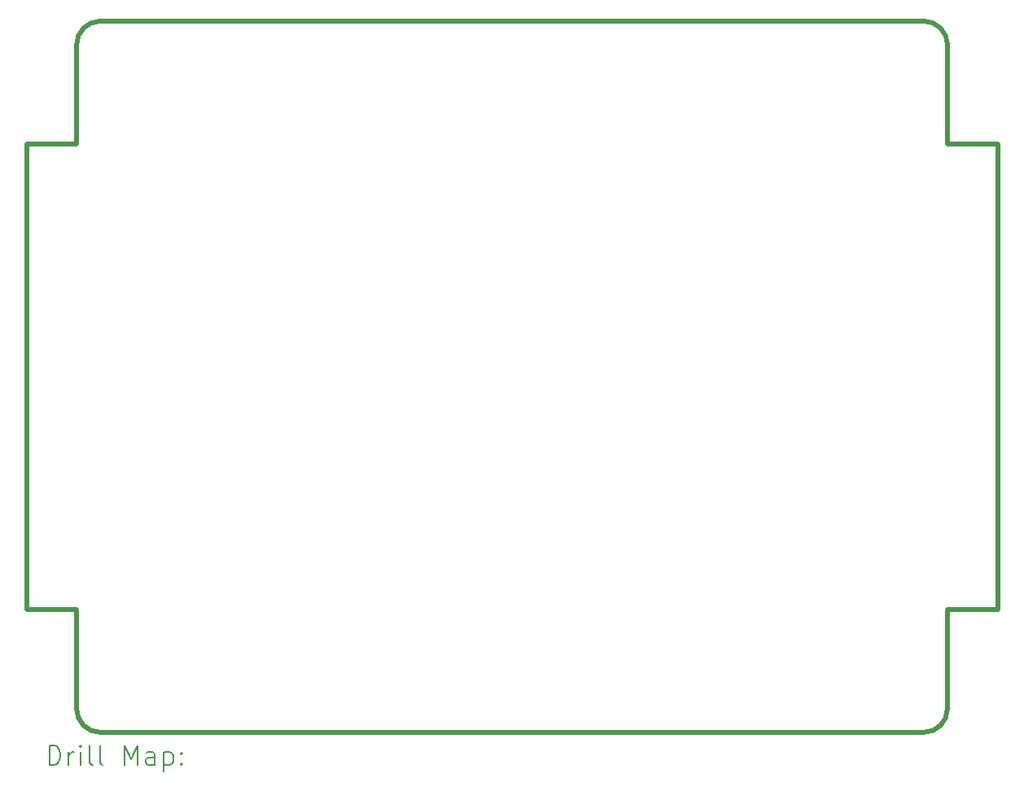
<source format=gbr>
%TF.GenerationSoftware,KiCad,Pcbnew,9.0.1*%
%TF.CreationDate,2025-07-28T23:24:05+02:00*%
%TF.ProjectId,monaco-gp-22,6d6f6e61-636f-42d6-9770-2d32322e6b69,rev?*%
%TF.SameCoordinates,Original*%
%TF.FileFunction,Drillmap*%
%TF.FilePolarity,Positive*%
%FSLAX45Y45*%
G04 Gerber Fmt 4.5, Leading zero omitted, Abs format (unit mm)*
G04 Created by KiCad (PCBNEW 9.0.1) date 2025-07-28 23:24:05*
%MOMM*%
%LPD*%
G01*
G04 APERTURE LIST*
%ADD10C,0.500000*%
%ADD11C,0.200000*%
G04 APERTURE END LIST*
D10*
X9607300Y-1350700D02*
X10128300Y-1350700D01*
X9607000Y-6186000D02*
X10128000Y-6186000D01*
X547300Y-1350700D02*
X30300Y-1350700D01*
X547000Y-6186000D02*
X30000Y-6186000D01*
X30300Y-1350700D02*
X30000Y-6186000D01*
X10128300Y-1350700D02*
X10128000Y-6186000D01*
X547000Y-7219000D02*
X547000Y-6186000D01*
X797000Y-7469000D02*
X9357000Y-7469000D01*
X9607000Y-7219000D02*
X9607000Y-6186000D01*
X797000Y-7469000D02*
G75*
G02*
X547000Y-7219000I0J250000D01*
G01*
X9607000Y-7219000D02*
G75*
G02*
X9357000Y-7469000I-250000J0D01*
G01*
X547300Y-317700D02*
X547300Y-1350700D01*
X797300Y-67700D02*
X9357300Y-67700D01*
X9607300Y-317700D02*
X9607300Y-1350700D01*
X547300Y-317700D02*
G75*
G02*
X797300Y-67700I250000J0D01*
G01*
X9357300Y-67700D02*
G75*
G02*
X9607300Y-317700I0J-250000D01*
G01*
D11*
X265777Y-7805484D02*
X265777Y-7605484D01*
X265777Y-7605484D02*
X313396Y-7605484D01*
X313396Y-7605484D02*
X341967Y-7615008D01*
X341967Y-7615008D02*
X361015Y-7634055D01*
X361015Y-7634055D02*
X370539Y-7653103D01*
X370539Y-7653103D02*
X380062Y-7691198D01*
X380062Y-7691198D02*
X380062Y-7719769D01*
X380062Y-7719769D02*
X370539Y-7757865D01*
X370539Y-7757865D02*
X361015Y-7776912D01*
X361015Y-7776912D02*
X341967Y-7795960D01*
X341967Y-7795960D02*
X313396Y-7805484D01*
X313396Y-7805484D02*
X265777Y-7805484D01*
X465777Y-7805484D02*
X465777Y-7672150D01*
X465777Y-7710246D02*
X475301Y-7691198D01*
X475301Y-7691198D02*
X484824Y-7681674D01*
X484824Y-7681674D02*
X503872Y-7672150D01*
X503872Y-7672150D02*
X522920Y-7672150D01*
X589586Y-7805484D02*
X589586Y-7672150D01*
X589586Y-7605484D02*
X580063Y-7615008D01*
X580063Y-7615008D02*
X589586Y-7624531D01*
X589586Y-7624531D02*
X599110Y-7615008D01*
X599110Y-7615008D02*
X589586Y-7605484D01*
X589586Y-7605484D02*
X589586Y-7624531D01*
X713396Y-7805484D02*
X694348Y-7795960D01*
X694348Y-7795960D02*
X684824Y-7776912D01*
X684824Y-7776912D02*
X684824Y-7605484D01*
X818158Y-7805484D02*
X799110Y-7795960D01*
X799110Y-7795960D02*
X789586Y-7776912D01*
X789586Y-7776912D02*
X789586Y-7605484D01*
X1046729Y-7805484D02*
X1046729Y-7605484D01*
X1046729Y-7605484D02*
X1113396Y-7748341D01*
X1113396Y-7748341D02*
X1180063Y-7605484D01*
X1180063Y-7605484D02*
X1180063Y-7805484D01*
X1361015Y-7805484D02*
X1361015Y-7700722D01*
X1361015Y-7700722D02*
X1351491Y-7681674D01*
X1351491Y-7681674D02*
X1332444Y-7672150D01*
X1332444Y-7672150D02*
X1294348Y-7672150D01*
X1294348Y-7672150D02*
X1275301Y-7681674D01*
X1361015Y-7795960D02*
X1341967Y-7805484D01*
X1341967Y-7805484D02*
X1294348Y-7805484D01*
X1294348Y-7805484D02*
X1275301Y-7795960D01*
X1275301Y-7795960D02*
X1265777Y-7776912D01*
X1265777Y-7776912D02*
X1265777Y-7757865D01*
X1265777Y-7757865D02*
X1275301Y-7738817D01*
X1275301Y-7738817D02*
X1294348Y-7729293D01*
X1294348Y-7729293D02*
X1341967Y-7729293D01*
X1341967Y-7729293D02*
X1361015Y-7719769D01*
X1456253Y-7672150D02*
X1456253Y-7872150D01*
X1456253Y-7681674D02*
X1475301Y-7672150D01*
X1475301Y-7672150D02*
X1513396Y-7672150D01*
X1513396Y-7672150D02*
X1532443Y-7681674D01*
X1532443Y-7681674D02*
X1541967Y-7691198D01*
X1541967Y-7691198D02*
X1551491Y-7710246D01*
X1551491Y-7710246D02*
X1551491Y-7767388D01*
X1551491Y-7767388D02*
X1541967Y-7786436D01*
X1541967Y-7786436D02*
X1532443Y-7795960D01*
X1532443Y-7795960D02*
X1513396Y-7805484D01*
X1513396Y-7805484D02*
X1475301Y-7805484D01*
X1475301Y-7805484D02*
X1456253Y-7795960D01*
X1637205Y-7786436D02*
X1646729Y-7795960D01*
X1646729Y-7795960D02*
X1637205Y-7805484D01*
X1637205Y-7805484D02*
X1627682Y-7795960D01*
X1627682Y-7795960D02*
X1637205Y-7786436D01*
X1637205Y-7786436D02*
X1637205Y-7805484D01*
X1637205Y-7681674D02*
X1646729Y-7691198D01*
X1646729Y-7691198D02*
X1637205Y-7700722D01*
X1637205Y-7700722D02*
X1627682Y-7691198D01*
X1627682Y-7691198D02*
X1637205Y-7681674D01*
X1637205Y-7681674D02*
X1637205Y-7700722D01*
M02*

</source>
